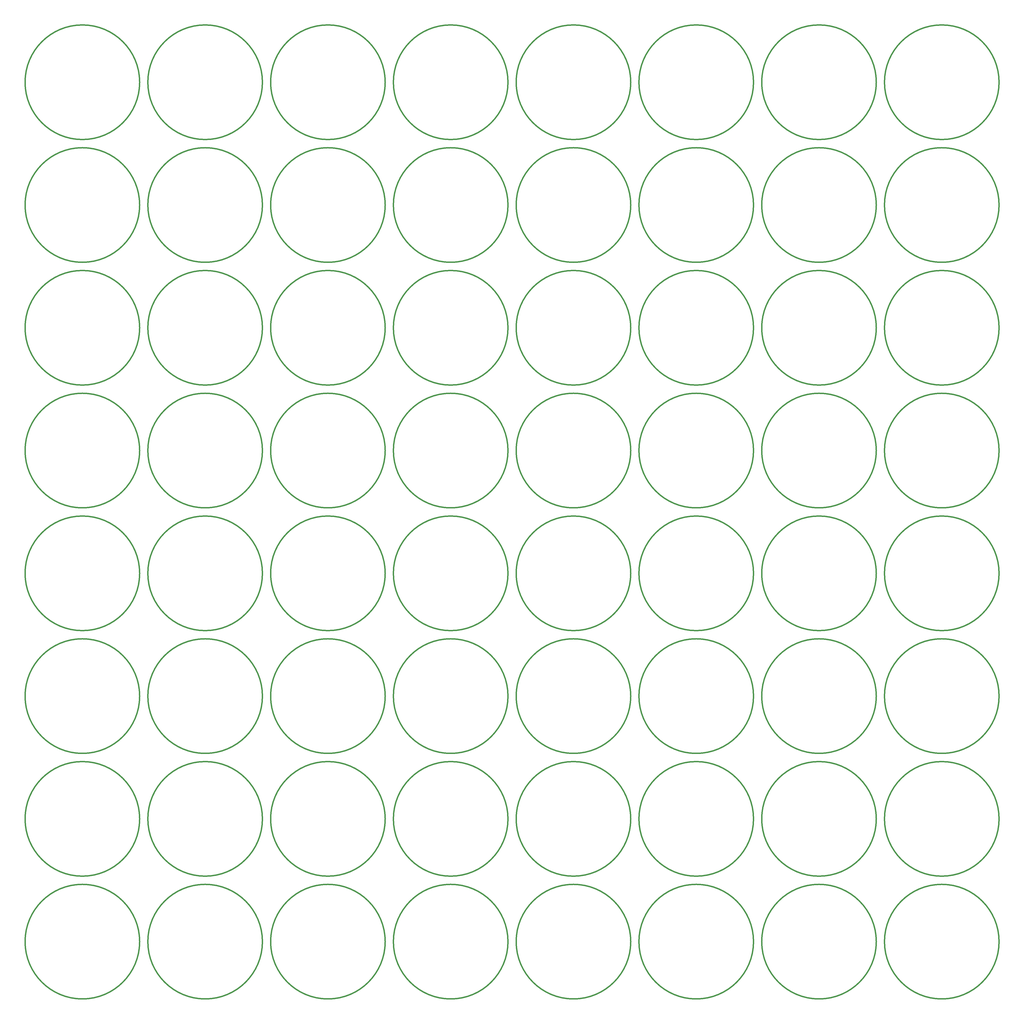
<source format=gbo>
G04*
G04 #@! TF.GenerationSoftware,Altium Limited,Altium Designer,23.1.1 (15)*
G04*
G04 Layer_Color=32896*
%FSLAX44Y44*%
%MOMM*%
G71*
G04*
G04 #@! TF.SameCoordinates,D6AEB844-DB29-4591-81DB-C28A87B81CE0*
G04*
G04*
G04 #@! TF.FilePolarity,Positive*
G04*
G01*
G75*
%ADD39C,0.5000*%
D39*
X610000Y400000D02*
G03*
X610000Y400000I-210000J0D01*
G01*
X1060000D02*
G03*
X1060000Y400000I-210000J0D01*
G01*
X1510000D02*
G03*
X1510000Y400000I-210000J0D01*
G01*
X2860000D02*
G03*
X2860000Y400000I-210000J0D01*
G01*
X3310000D02*
G03*
X3310000Y400000I-210000J0D01*
G01*
X3760000D02*
G03*
X3760000Y400000I-210000J0D01*
G01*
Y850000D02*
G03*
X3760000Y850000I-210000J0D01*
G01*
X3310000D02*
G03*
X3310000Y850000I-210000J0D01*
G01*
X2860000D02*
G03*
X2860000Y850000I-210000J0D01*
G01*
X2410000D02*
G03*
X2410000Y850000I-210000J0D01*
G01*
X1960000D02*
G03*
X1960000Y850000I-210000J0D01*
G01*
X1510000D02*
G03*
X1510000Y850000I-210000J0D01*
G01*
X1060000D02*
G03*
X1060000Y850000I-210000J0D01*
G01*
X610000D02*
G03*
X610000Y850000I-210000J0D01*
G01*
Y1750000D02*
G03*
X610000Y1750000I-210000J0D01*
G01*
X1060000D02*
G03*
X1060000Y1750000I-210000J0D01*
G01*
X1510000D02*
G03*
X1510000Y1750000I-210000J0D01*
G01*
X1960000D02*
G03*
X1960000Y1750000I-210000J0D01*
G01*
X2410000D02*
G03*
X2410000Y1750000I-210000J0D01*
G01*
X2860000D02*
G03*
X2860000Y1750000I-210000J0D01*
G01*
X3310000D02*
G03*
X3310000Y1750000I-210000J0D01*
G01*
X3760000D02*
G03*
X3760000Y1750000I-210000J0D01*
G01*
Y1300000D02*
G03*
X3760000Y1300000I-210000J0D01*
G01*
X3310000D02*
G03*
X3310000Y1300000I-210000J0D01*
G01*
X2860000D02*
G03*
X2860000Y1300000I-210000J0D01*
G01*
X2410000D02*
G03*
X2410000Y1300000I-210000J0D01*
G01*
X1960000D02*
G03*
X1960000Y1300000I-210000J0D01*
G01*
X1510000D02*
G03*
X1510000Y1300000I-210000J0D01*
G01*
X1060000D02*
G03*
X1060000Y1300000I-210000J0D01*
G01*
X610000D02*
G03*
X610000Y1300000I-210000J0D01*
G01*
Y3100000D02*
G03*
X610000Y3100000I-210000J0D01*
G01*
X1060000D02*
G03*
X1060000Y3100000I-210000J0D01*
G01*
X1510000D02*
G03*
X1510000Y3100000I-210000J0D01*
G01*
X1960000D02*
G03*
X1960000Y3100000I-210000J0D01*
G01*
X2410000D02*
G03*
X2410000Y3100000I-210000J0D01*
G01*
X2860000D02*
G03*
X2860000Y3100000I-210000J0D01*
G01*
X3310000D02*
G03*
X3310000Y3100000I-210000J0D01*
G01*
X3760000D02*
G03*
X3760000Y3100000I-210000J0D01*
G01*
Y3550000D02*
G03*
X3760000Y3550000I-210000J0D01*
G01*
X3310000D02*
G03*
X3310000Y3550000I-210000J0D01*
G01*
X2860000D02*
G03*
X2860000Y3550000I-210000J0D01*
G01*
X2410000D02*
G03*
X2410000Y3550000I-210000J0D01*
G01*
X1960000D02*
G03*
X1960000Y3550000I-210000J0D01*
G01*
X1510000D02*
G03*
X1510000Y3550000I-210000J0D01*
G01*
X1060000D02*
G03*
X1060000Y3550000I-210000J0D01*
G01*
X610000D02*
G03*
X610000Y3550000I-210000J0D01*
G01*
Y2650000D02*
G03*
X610000Y2650000I-210000J0D01*
G01*
X1060000D02*
G03*
X1060000Y2650000I-210000J0D01*
G01*
X1510000D02*
G03*
X1510000Y2650000I-210000J0D01*
G01*
X1960000D02*
G03*
X1960000Y2650000I-210000J0D01*
G01*
X2410000D02*
G03*
X2410000Y2650000I-210000J0D01*
G01*
X2860000D02*
G03*
X2860000Y2650000I-210000J0D01*
G01*
X3310000D02*
G03*
X3310000Y2650000I-210000J0D01*
G01*
X3760000D02*
G03*
X3760000Y2650000I-210000J0D01*
G01*
Y2200000D02*
G03*
X3760000Y2200000I-210000J0D01*
G01*
X3310000D02*
G03*
X3310000Y2200000I-210000J0D01*
G01*
X2860000D02*
G03*
X2860000Y2200000I-210000J0D01*
G01*
X2410000D02*
G03*
X2410000Y2200000I-210000J0D01*
G01*
X1960000D02*
G03*
X1960000Y2200000I-210000J0D01*
G01*
X1510000D02*
G03*
X1510000Y2200000I-210000J0D01*
G01*
X1060000D02*
G03*
X1060000Y2200000I-210000J0D01*
G01*
X610000D02*
G03*
X610000Y2200000I-210000J0D01*
G01*
X2410000Y400000D02*
G03*
X2410000Y400000I-210000J0D01*
G01*
X1960000D02*
G03*
X1960000Y400000I-210000J0D01*
G01*
M02*

</source>
